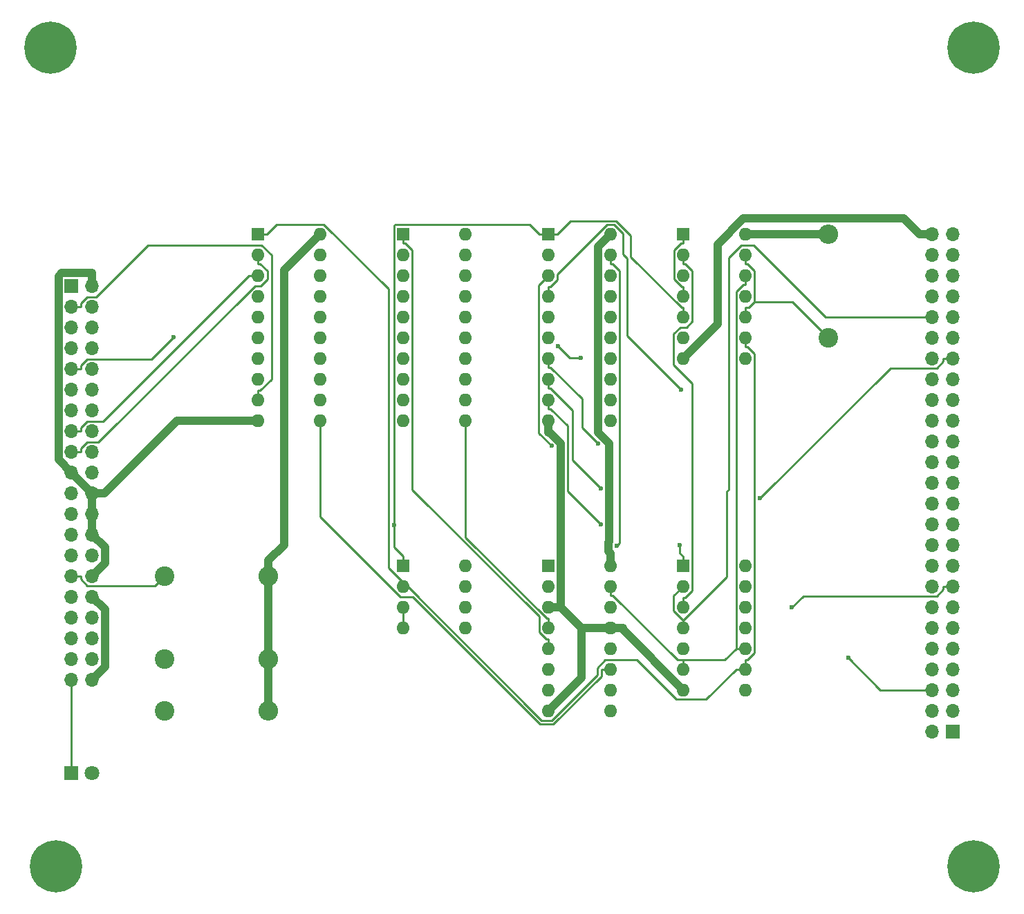
<source format=gbr>
G04 #@! TF.FileFunction,Copper,L2,Bot,Signal*
%FSLAX46Y46*%
G04 Gerber Fmt 4.6, Leading zero omitted, Abs format (unit mm)*
G04 Created by KiCad (PCBNEW 4.0.6-e0-6349~53~ubuntu16.04.1) date Mon Apr  3 22:16:37 2017*
%MOMM*%
%LPD*%
G01*
G04 APERTURE LIST*
%ADD10C,0.100000*%
%ADD11R,1.800000X1.800000*%
%ADD12C,1.800000*%
%ADD13R,1.700000X1.700000*%
%ADD14O,1.700000X1.700000*%
%ADD15C,2.400000*%
%ADD16O,2.400000X2.400000*%
%ADD17R,1.600000X1.600000*%
%ADD18O,1.600000X1.600000*%
%ADD19C,6.400000*%
%ADD20C,0.600000*%
%ADD21C,0.250000*%
%ADD22C,1.000000*%
G04 APERTURE END LIST*
D10*
D11*
X54610000Y-134620000D03*
D12*
X57150000Y-134620000D03*
D13*
X162560000Y-129540000D03*
D14*
X160020000Y-129540000D03*
X162560000Y-127000000D03*
X160020000Y-127000000D03*
X162560000Y-124460000D03*
X160020000Y-124460000D03*
X162560000Y-121920000D03*
X160020000Y-121920000D03*
X162560000Y-119380000D03*
X160020000Y-119380000D03*
X162560000Y-116840000D03*
X160020000Y-116840000D03*
X162560000Y-114300000D03*
X160020000Y-114300000D03*
X162560000Y-111760000D03*
X160020000Y-111760000D03*
X162560000Y-109220000D03*
X160020000Y-109220000D03*
X162560000Y-106680000D03*
X160020000Y-106680000D03*
X162560000Y-104140000D03*
X160020000Y-104140000D03*
X162560000Y-101600000D03*
X160020000Y-101600000D03*
X162560000Y-99060000D03*
X160020000Y-99060000D03*
X162560000Y-96520000D03*
X160020000Y-96520000D03*
X162560000Y-93980000D03*
X160020000Y-93980000D03*
X162560000Y-91440000D03*
X160020000Y-91440000D03*
X162560000Y-88900000D03*
X160020000Y-88900000D03*
X162560000Y-86360000D03*
X160020000Y-86360000D03*
X162560000Y-83820000D03*
X160020000Y-83820000D03*
X162560000Y-81280000D03*
X160020000Y-81280000D03*
X162560000Y-78740000D03*
X160020000Y-78740000D03*
X162560000Y-76200000D03*
X160020000Y-76200000D03*
X162560000Y-73660000D03*
X160020000Y-73660000D03*
X162560000Y-71120000D03*
X160020000Y-71120000D03*
X162560000Y-68580000D03*
X160020000Y-68580000D03*
D13*
X54610000Y-74930000D03*
D14*
X57150000Y-74930000D03*
X54610000Y-77470000D03*
X57150000Y-77470000D03*
X54610000Y-80010000D03*
X57150000Y-80010000D03*
X54610000Y-82550000D03*
X57150000Y-82550000D03*
X54610000Y-85090000D03*
X57150000Y-85090000D03*
X54610000Y-87630000D03*
X57150000Y-87630000D03*
X54610000Y-90170000D03*
X57150000Y-90170000D03*
X54610000Y-92710000D03*
X57150000Y-92710000D03*
X54610000Y-95250000D03*
X57150000Y-95250000D03*
X54610000Y-97790000D03*
X57150000Y-97790000D03*
X54610000Y-100330000D03*
X57150000Y-100330000D03*
X54610000Y-102870000D03*
X57150000Y-102870000D03*
X54610000Y-105410000D03*
X57150000Y-105410000D03*
X54610000Y-107950000D03*
X57150000Y-107950000D03*
X54610000Y-110490000D03*
X57150000Y-110490000D03*
X54610000Y-113030000D03*
X57150000Y-113030000D03*
X54610000Y-115570000D03*
X57150000Y-115570000D03*
X54610000Y-118110000D03*
X57150000Y-118110000D03*
X54610000Y-120650000D03*
X57150000Y-120650000D03*
X54610000Y-123190000D03*
X57150000Y-123190000D03*
D15*
X66040000Y-110490000D03*
D16*
X78740000Y-110490000D03*
D15*
X66040000Y-120650000D03*
D16*
X78740000Y-120650000D03*
D15*
X66040000Y-127000000D03*
D16*
X78740000Y-127000000D03*
D15*
X147320000Y-81280000D03*
D16*
X147320000Y-68580000D03*
D17*
X129540000Y-109220000D03*
D18*
X137160000Y-124460000D03*
X129540000Y-111760000D03*
X137160000Y-121920000D03*
X129540000Y-114300000D03*
X137160000Y-119380000D03*
X129540000Y-116840000D03*
X137160000Y-116840000D03*
X129540000Y-119380000D03*
X137160000Y-114300000D03*
X129540000Y-121920000D03*
X137160000Y-111760000D03*
X129540000Y-124460000D03*
X137160000Y-109220000D03*
D17*
X113030000Y-109220000D03*
D18*
X120650000Y-127000000D03*
X113030000Y-111760000D03*
X120650000Y-124460000D03*
X113030000Y-114300000D03*
X120650000Y-121920000D03*
X113030000Y-116840000D03*
X120650000Y-119380000D03*
X113030000Y-119380000D03*
X120650000Y-116840000D03*
X113030000Y-121920000D03*
X120650000Y-114300000D03*
X113030000Y-124460000D03*
X120650000Y-111760000D03*
X113030000Y-127000000D03*
X120650000Y-109220000D03*
D17*
X129540000Y-68580000D03*
D18*
X137160000Y-83820000D03*
X129540000Y-71120000D03*
X137160000Y-81280000D03*
X129540000Y-73660000D03*
X137160000Y-78740000D03*
X129540000Y-76200000D03*
X137160000Y-76200000D03*
X129540000Y-78740000D03*
X137160000Y-73660000D03*
X129540000Y-81280000D03*
X137160000Y-71120000D03*
X129540000Y-83820000D03*
X137160000Y-68580000D03*
D17*
X95250000Y-109220000D03*
D18*
X102870000Y-116840000D03*
X95250000Y-111760000D03*
X102870000Y-114300000D03*
X95250000Y-114300000D03*
X102870000Y-111760000D03*
X95250000Y-116840000D03*
X102870000Y-109220000D03*
D17*
X95250000Y-68580000D03*
D18*
X102870000Y-91440000D03*
X95250000Y-71120000D03*
X102870000Y-88900000D03*
X95250000Y-73660000D03*
X102870000Y-86360000D03*
X95250000Y-76200000D03*
X102870000Y-83820000D03*
X95250000Y-78740000D03*
X102870000Y-81280000D03*
X95250000Y-81280000D03*
X102870000Y-78740000D03*
X95250000Y-83820000D03*
X102870000Y-76200000D03*
X95250000Y-86360000D03*
X102870000Y-73660000D03*
X95250000Y-88900000D03*
X102870000Y-71120000D03*
X95250000Y-91440000D03*
X102870000Y-68580000D03*
D17*
X77470000Y-68580000D03*
D18*
X85090000Y-91440000D03*
X77470000Y-71120000D03*
X85090000Y-88900000D03*
X77470000Y-73660000D03*
X85090000Y-86360000D03*
X77470000Y-76200000D03*
X85090000Y-83820000D03*
X77470000Y-78740000D03*
X85090000Y-81280000D03*
X77470000Y-81280000D03*
X85090000Y-78740000D03*
X77470000Y-83820000D03*
X85090000Y-76200000D03*
X77470000Y-86360000D03*
X85090000Y-73660000D03*
X77470000Y-88900000D03*
X85090000Y-71120000D03*
X77470000Y-91440000D03*
X85090000Y-68580000D03*
D17*
X113030000Y-68580000D03*
D18*
X120650000Y-91440000D03*
X113030000Y-71120000D03*
X120650000Y-88900000D03*
X113030000Y-73660000D03*
X120650000Y-86360000D03*
X113030000Y-76200000D03*
X120650000Y-83820000D03*
X113030000Y-78740000D03*
X120650000Y-81280000D03*
X113030000Y-81280000D03*
X120650000Y-78740000D03*
X113030000Y-83820000D03*
X120650000Y-76200000D03*
X113030000Y-86360000D03*
X120650000Y-73660000D03*
X113030000Y-88900000D03*
X120650000Y-71120000D03*
X113030000Y-91440000D03*
X120650000Y-68580000D03*
D19*
X165100000Y-146050000D03*
X52705000Y-146050000D03*
X52070000Y-45720000D03*
X165100000Y-45720000D03*
D20*
X149744900Y-120505300D03*
X142861300Y-114300000D03*
X129142800Y-106691100D03*
X119451100Y-104191100D03*
X119451100Y-99727000D03*
X113406400Y-94535300D03*
X119097500Y-94266400D03*
X129250400Y-87635000D03*
X138973000Y-100988700D03*
X67128900Y-81221600D03*
X117006500Y-83775600D03*
X114238800Y-82344600D03*
X94124700Y-104234700D03*
X121424900Y-106769400D03*
D21*
X54610000Y-123190000D02*
X54610000Y-134620000D01*
D22*
X120650000Y-109220000D02*
X120650000Y-107719700D01*
X78740000Y-127000000D02*
X78740000Y-120650000D01*
X78740000Y-120650000D02*
X78740000Y-110490000D01*
X80640300Y-73029700D02*
X85090000Y-68580000D01*
X80640300Y-106689400D02*
X80640300Y-73029700D01*
X78740000Y-108589700D02*
X80640300Y-106689400D01*
X78740000Y-110490000D02*
X78740000Y-108589700D01*
X137160000Y-68580000D02*
X147320000Y-68580000D01*
X119139000Y-70091000D02*
X120650000Y-68580000D01*
X119139000Y-92893200D02*
X119139000Y-70091000D01*
X120499700Y-94253900D02*
X119139000Y-92893200D01*
X120499700Y-106280000D02*
X120499700Y-94253900D01*
X120424600Y-106355100D02*
X120499700Y-106280000D01*
X120424600Y-107494300D02*
X120424600Y-106355100D01*
X120650000Y-107719700D02*
X120424600Y-107494300D01*
D21*
X160020000Y-124460000D02*
X158844700Y-124460000D01*
X153699600Y-124460000D02*
X149744900Y-120505300D01*
X158844700Y-124460000D02*
X153699600Y-124460000D01*
X162560000Y-111760000D02*
X161384700Y-111760000D01*
X144226000Y-112935300D02*
X142861300Y-114300000D01*
X160576800Y-112935300D02*
X144226000Y-112935300D01*
X161384700Y-112127400D02*
X160576800Y-112935300D01*
X161384700Y-111760000D02*
X161384700Y-112127400D01*
X129142800Y-107697500D02*
X129142800Y-106691100D01*
X129540000Y-108094700D02*
X129142800Y-107697500D01*
X129540000Y-109220000D02*
X129540000Y-108094700D01*
X115355700Y-100095700D02*
X119451100Y-104191100D01*
X115355700Y-92069700D02*
X115355700Y-100095700D01*
X113311300Y-90025300D02*
X115355700Y-92069700D01*
X113030000Y-90025300D02*
X113311300Y-90025300D01*
X113030000Y-88900000D02*
X113030000Y-90025300D01*
X113030000Y-86360000D02*
X113030000Y-87485300D01*
X113263900Y-87485300D02*
X113030000Y-87485300D01*
X116005800Y-90227200D02*
X113263900Y-87485300D01*
X116005800Y-96281700D02*
X116005800Y-90227200D01*
X119451100Y-99727000D02*
X116005800Y-96281700D01*
X111834900Y-92963800D02*
X113406400Y-94535300D01*
X111834900Y-74855100D02*
X111834900Y-92963800D01*
X113030000Y-73660000D02*
X111834900Y-74855100D01*
X117132300Y-92301200D02*
X119097500Y-94266400D01*
X117132300Y-88766300D02*
X117132300Y-92301200D01*
X113311300Y-84945300D02*
X117132300Y-88766300D01*
X113030000Y-84945300D02*
X113311300Y-84945300D01*
X113030000Y-83820000D02*
X113030000Y-84945300D01*
X122684500Y-81069100D02*
X129250400Y-87635000D01*
X122684500Y-71600700D02*
X122684500Y-81069100D01*
X122153700Y-71069900D02*
X122684500Y-71600700D01*
X122153700Y-68488500D02*
X122153700Y-71069900D01*
X121100800Y-67435600D02*
X122153700Y-68488500D01*
X120195000Y-67435600D02*
X121100800Y-67435600D01*
X114155300Y-73475300D02*
X120195000Y-67435600D01*
X114155300Y-74230800D02*
X114155300Y-73475300D01*
X113311400Y-75074700D02*
X114155300Y-74230800D01*
X113030000Y-75074700D02*
X113311400Y-75074700D01*
X113030000Y-76200000D02*
X113030000Y-75074700D01*
X161384700Y-84187400D02*
X161384700Y-83820000D01*
X160576800Y-84995300D02*
X161384700Y-84187400D01*
X154966400Y-84995300D02*
X160576800Y-84995300D01*
X138973000Y-100988700D02*
X154966400Y-84995300D01*
X162560000Y-83820000D02*
X161384700Y-83820000D01*
D22*
X58724300Y-114604300D02*
X57150000Y-113030000D01*
X58724300Y-121615700D02*
X58724300Y-114604300D01*
X57150000Y-123190000D02*
X58724300Y-121615700D01*
X58714800Y-106974800D02*
X57150000Y-105410000D01*
X58714800Y-108925200D02*
X58714800Y-106974800D01*
X57150000Y-110490000D02*
X58714800Y-108925200D01*
X57150000Y-105410000D02*
X57150000Y-102870000D01*
X57150000Y-102870000D02*
X57150000Y-100330000D01*
X57150000Y-100330000D02*
X54610000Y-97790000D01*
X53441100Y-73379700D02*
X57150000Y-73379700D01*
X53049400Y-73771400D02*
X53441100Y-73379700D01*
X53049400Y-96229400D02*
X53049400Y-73771400D01*
X54610000Y-97790000D02*
X53049400Y-96229400D01*
X57150000Y-74930000D02*
X57150000Y-73379700D01*
X113030000Y-114300000D02*
X114530300Y-114300000D01*
X117070300Y-122959700D02*
X117070300Y-116840000D01*
X113030000Y-127000000D02*
X117070300Y-122959700D01*
X114530300Y-114300000D02*
X117070300Y-116840000D01*
X113030000Y-91440000D02*
X113030000Y-92940300D01*
X117070300Y-116840000D02*
X120650000Y-116840000D01*
X122150300Y-117070300D02*
X129540000Y-124460000D01*
X122150300Y-116840000D02*
X122150300Y-117070300D01*
X120650000Y-116840000D02*
X122150300Y-116840000D01*
X156542700Y-66653000D02*
X158469700Y-68580000D01*
X136934200Y-66653000D02*
X156542700Y-66653000D01*
X133728200Y-69859000D02*
X136934200Y-66653000D01*
X133728200Y-79631800D02*
X133728200Y-69859000D01*
X129540000Y-83820000D02*
X133728200Y-79631800D01*
X160020000Y-68580000D02*
X158469700Y-68580000D01*
X67590300Y-91440000D02*
X58700300Y-100330000D01*
X77470000Y-91440000D02*
X67590300Y-91440000D01*
X57150000Y-100330000D02*
X58700300Y-100330000D01*
X113226100Y-92940300D02*
X113030000Y-92940300D01*
X114530300Y-94244500D02*
X113226100Y-92940300D01*
X114530300Y-114300000D02*
X114530300Y-94244500D01*
D21*
X55785300Y-77102600D02*
X55785300Y-77470000D01*
X56593200Y-76294700D02*
X55785300Y-77102600D01*
X57685500Y-76294700D02*
X56593200Y-76294700D01*
X64039700Y-69940500D02*
X57685500Y-76294700D01*
X77912500Y-69940500D02*
X64039700Y-69940500D01*
X79119800Y-71147800D02*
X77912500Y-69940500D01*
X79119800Y-86406200D02*
X79119800Y-71147800D01*
X77751300Y-87774700D02*
X79119800Y-86406200D01*
X77470000Y-87774700D02*
X77751300Y-87774700D01*
X77470000Y-88900000D02*
X77470000Y-87774700D01*
X54610000Y-77470000D02*
X55785300Y-77470000D01*
X55785300Y-84722600D02*
X55785300Y-85090000D01*
X56593200Y-83914700D02*
X55785300Y-84722600D01*
X64435800Y-83914700D02*
X56593200Y-83914700D01*
X67128900Y-81221600D02*
X64435800Y-83914700D01*
X54610000Y-85090000D02*
X55785300Y-85090000D01*
X115669800Y-83775600D02*
X114238800Y-82344600D01*
X117006500Y-83775600D02*
X115669800Y-83775600D01*
X55785300Y-92342600D02*
X55785300Y-92710000D01*
X56593200Y-91534700D02*
X55785300Y-92342600D01*
X58470000Y-91534700D02*
X56593200Y-91534700D01*
X76344700Y-73660000D02*
X58470000Y-91534700D01*
X77470000Y-73660000D02*
X76344700Y-73660000D01*
X54610000Y-92710000D02*
X55785300Y-92710000D01*
X55785300Y-94882600D02*
X55785300Y-95250000D01*
X56593200Y-94074700D02*
X55785300Y-94882600D01*
X57939800Y-94074700D02*
X56593200Y-94074700D01*
X77084500Y-74930000D02*
X57939800Y-94074700D01*
X77824200Y-74930000D02*
X77084500Y-74930000D01*
X78609300Y-74144900D02*
X77824200Y-74930000D01*
X78609300Y-73103300D02*
X78609300Y-74144900D01*
X77751300Y-72245300D02*
X78609300Y-73103300D01*
X77470000Y-72245300D02*
X77751300Y-72245300D01*
X77470000Y-71120000D02*
X77470000Y-72245300D01*
X54610000Y-95250000D02*
X55785300Y-95250000D01*
X129540000Y-78740000D02*
X129540000Y-77614700D01*
X113592700Y-68580000D02*
X114155300Y-68580000D01*
X95250000Y-109220000D02*
X95250000Y-108094700D01*
X113592700Y-68580000D02*
X113030000Y-68580000D01*
X113030000Y-68580000D02*
X111904700Y-68580000D01*
X94124700Y-67566800D02*
X94124700Y-104234700D01*
X94262300Y-67429200D02*
X94124700Y-67566800D01*
X110753900Y-67429200D02*
X94262300Y-67429200D01*
X111904700Y-68580000D02*
X110753900Y-67429200D01*
X94124700Y-106969400D02*
X95250000Y-108094700D01*
X94124700Y-104234700D02*
X94124700Y-106969400D01*
X115750100Y-66985200D02*
X114155300Y-68580000D01*
X121290900Y-66985200D02*
X115750100Y-66985200D01*
X123096200Y-68790500D02*
X121290900Y-66985200D01*
X123096200Y-71375500D02*
X123096200Y-68790500D01*
X129335400Y-77614700D02*
X123096200Y-71375500D01*
X129540000Y-77614700D02*
X129335400Y-77614700D01*
X55785300Y-110857400D02*
X55785300Y-110490000D01*
X56593200Y-111665300D02*
X55785300Y-110857400D01*
X64864700Y-111665300D02*
X56593200Y-111665300D01*
X66040000Y-110490000D02*
X64864700Y-111665300D01*
X54610000Y-110490000D02*
X55785300Y-110490000D01*
X129258600Y-69705300D02*
X129540000Y-69705300D01*
X128414700Y-70549200D02*
X129258600Y-69705300D01*
X128414700Y-74126200D02*
X128414700Y-70549200D01*
X129363200Y-75074700D02*
X128414700Y-74126200D01*
X129540000Y-75074700D02*
X129363200Y-75074700D01*
X129540000Y-76200000D02*
X129540000Y-75074700D01*
X129540000Y-68580000D02*
X129540000Y-69705300D01*
X137160000Y-78740000D02*
X137160000Y-77614700D01*
X137160000Y-71120000D02*
X137160000Y-72245300D01*
X137441400Y-72245300D02*
X137160000Y-72245300D01*
X138285300Y-73089200D02*
X137441400Y-72245300D01*
X138285300Y-76883300D02*
X138285300Y-73089200D01*
X137553900Y-77614700D02*
X138285300Y-76883300D01*
X137160000Y-77614700D02*
X137553900Y-77614700D01*
X142923300Y-76883300D02*
X147320000Y-81280000D01*
X138285300Y-76883300D02*
X142923300Y-76883300D01*
X129540000Y-114300000D02*
X129540000Y-113174700D01*
X129540000Y-71120000D02*
X129540000Y-72245300D01*
X129821400Y-72245300D02*
X129540000Y-72245300D01*
X130665300Y-73089200D02*
X129821400Y-72245300D01*
X130665300Y-79279900D02*
X130665300Y-73089200D01*
X129935200Y-80010000D02*
X130665300Y-79279900D01*
X129204900Y-80010000D02*
X129935200Y-80010000D01*
X128380800Y-80834100D02*
X129204900Y-80010000D01*
X128380800Y-84624900D02*
X128380800Y-80834100D01*
X130665400Y-86909500D02*
X128380800Y-84624900D01*
X130665400Y-112330600D02*
X130665400Y-86909500D01*
X129821300Y-113174700D02*
X130665400Y-112330600D01*
X129540000Y-113174700D02*
X129821300Y-113174700D01*
X137160000Y-119380000D02*
X136034700Y-119380000D01*
X137160000Y-73660000D02*
X137160000Y-74785300D01*
X128840800Y-120794700D02*
X129540000Y-120794700D01*
X120931400Y-112885300D02*
X128840800Y-120794700D01*
X120650000Y-112885300D02*
X120931400Y-112885300D01*
X120650000Y-111760000D02*
X120650000Y-112885300D01*
X129540000Y-121920000D02*
X129540000Y-120794700D01*
X136034700Y-75629200D02*
X136034700Y-119380000D01*
X136878600Y-74785300D02*
X136034700Y-75629200D01*
X137160000Y-74785300D02*
X136878600Y-74785300D01*
X134620000Y-120794700D02*
X129540000Y-120794700D01*
X136034700Y-119380000D02*
X134620000Y-120794700D01*
X137441400Y-82405300D02*
X137160000Y-82405300D01*
X138285300Y-83249200D02*
X137441400Y-82405300D01*
X138285300Y-119950700D02*
X138285300Y-83249200D01*
X137441300Y-120794700D02*
X138285300Y-119950700D01*
X137160000Y-120794700D02*
X137441300Y-120794700D01*
X137160000Y-121920000D02*
X137160000Y-120794700D01*
X137160000Y-81280000D02*
X137160000Y-82405300D01*
X95250000Y-111760000D02*
X95250000Y-111224100D01*
X132327300Y-125627400D02*
X136034700Y-121920000D01*
X128682000Y-125627400D02*
X132327300Y-125627400D01*
X123835200Y-120780600D02*
X128682000Y-125627400D01*
X119989200Y-120780600D02*
X123835200Y-120780600D01*
X119000700Y-121769100D02*
X119989200Y-120780600D01*
X119000700Y-122620900D02*
X119000700Y-121769100D01*
X113433200Y-128188400D02*
X119000700Y-122620900D01*
X112214300Y-128188400D02*
X113433200Y-128188400D01*
X95250000Y-111224100D02*
X112214300Y-128188400D01*
X137160000Y-121920000D02*
X136034700Y-121920000D01*
X95142700Y-111224100D02*
X95250000Y-111224100D01*
X93444600Y-109526000D02*
X95142700Y-111224100D01*
X93444600Y-75324900D02*
X93444600Y-109526000D01*
X85533900Y-67414200D02*
X93444600Y-75324900D01*
X79761100Y-67414200D02*
X85533900Y-67414200D01*
X78595300Y-68580000D02*
X79761100Y-67414200D01*
X77470000Y-68580000D02*
X78595300Y-68580000D01*
X102870000Y-91440000D02*
X102870000Y-92565300D01*
X113030000Y-116840000D02*
X113030000Y-115714700D01*
X102870000Y-105759200D02*
X102870000Y-92565300D01*
X112825500Y-115714700D02*
X102870000Y-105759200D01*
X113030000Y-115714700D02*
X112825500Y-115714700D01*
X112748600Y-118254700D02*
X113030000Y-118254700D01*
X111904700Y-117410800D02*
X112748600Y-118254700D01*
X111904700Y-115430800D02*
X111904700Y-117410800D01*
X96375300Y-99901400D02*
X111904700Y-115430800D01*
X96375300Y-70549200D02*
X96375300Y-99901400D01*
X95531400Y-69705300D02*
X96375300Y-70549200D01*
X95250000Y-69705300D02*
X95531400Y-69705300D01*
X95250000Y-68580000D02*
X95250000Y-69705300D01*
X113030000Y-119380000D02*
X113030000Y-118254700D01*
X119524700Y-122764000D02*
X119524700Y-121920000D01*
X113649900Y-128638800D02*
X119524700Y-122764000D01*
X112000300Y-128638800D02*
X113649900Y-128638800D01*
X96391500Y-113030000D02*
X112000300Y-128638800D01*
X94898400Y-113030000D02*
X96391500Y-113030000D01*
X85090000Y-103221600D02*
X94898400Y-113030000D01*
X85090000Y-91440000D02*
X85090000Y-103221600D01*
X120650000Y-121920000D02*
X119524700Y-121920000D01*
X95250000Y-116840000D02*
X95250000Y-114300000D01*
X121775400Y-106418900D02*
X121424900Y-106769400D01*
X121775400Y-73089400D02*
X121775400Y-106418900D01*
X120931300Y-72245300D02*
X121775400Y-73089400D01*
X120650000Y-72245300D02*
X120931300Y-72245300D01*
X120650000Y-71120000D02*
X120650000Y-72245300D01*
X129540000Y-116840000D02*
X129540000Y-116277300D01*
X129550200Y-115935300D02*
X129550200Y-115935200D01*
X129550200Y-116267100D02*
X129550200Y-115935300D01*
X129540000Y-116277300D02*
X129550200Y-116267100D01*
X128388700Y-112911300D02*
X129540000Y-111760000D01*
X128388700Y-114773800D02*
X128388700Y-112911300D01*
X129550200Y-115935200D02*
X128388700Y-114773800D01*
X134848000Y-110637400D02*
X129550200Y-115935200D01*
X134848000Y-100170600D02*
X134848000Y-110637400D01*
X135129900Y-99888700D02*
X134848000Y-100170600D01*
X135129900Y-71506900D02*
X135129900Y-99888700D01*
X136659100Y-69977700D02*
X135129900Y-71506900D01*
X138175000Y-69977700D02*
X136659100Y-69977700D01*
X146937300Y-78740000D02*
X138175000Y-69977700D01*
X160020000Y-78740000D02*
X146937300Y-78740000D01*
M02*

</source>
